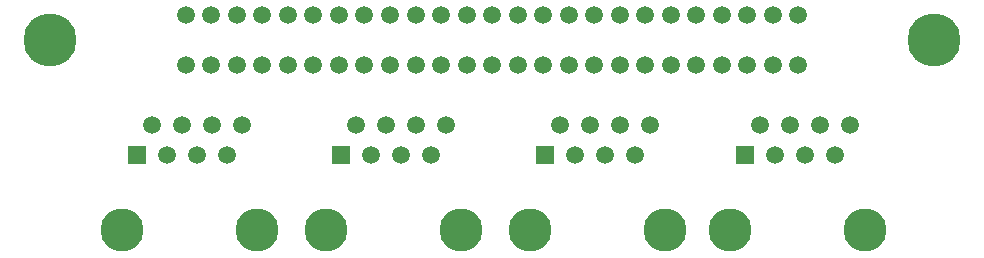
<source format=gts>
%TF.GenerationSoftware,KiCad,Pcbnew,(6.0.11)*%
%TF.CreationDate,2024-01-05T21:55:00+00:00*%
%TF.ProjectId,RJ21_RJ45_4_LINE,524a3231-5f52-44a3-9435-5f345f4c494e,rev?*%
%TF.SameCoordinates,Original*%
%TF.FileFunction,Soldermask,Top*%
%TF.FilePolarity,Negative*%
%FSLAX46Y46*%
G04 Gerber Fmt 4.6, Leading zero omitted, Abs format (unit mm)*
G04 Created by KiCad (PCBNEW (6.0.11)) date 2024-01-05 21:55:00*
%MOMM*%
%LPD*%
G01*
G04 APERTURE LIST*
%ADD10C,3.650000*%
%ADD11R,1.500000X1.500000*%
%ADD12C,1.500000*%
%ADD13C,4.500000*%
G04 APERTURE END LIST*
D10*
%TO.C,J3*%
X146160749Y-66450000D03*
X134730749Y-66450000D03*
D11*
X136000749Y-60100000D03*
D12*
X137270749Y-57560000D03*
X138540749Y-60100000D03*
X139810749Y-57560000D03*
X141080749Y-60100000D03*
X142350749Y-57560000D03*
X143620749Y-60100000D03*
X144890749Y-57560000D03*
%TD*%
D10*
%TO.C,J1*%
X168882417Y-66450000D03*
X180312417Y-66450000D03*
D11*
X170152417Y-60100000D03*
D12*
X171422417Y-57560000D03*
X172692417Y-60100000D03*
X173962417Y-57560000D03*
X175232417Y-60100000D03*
X176502417Y-57560000D03*
X177772417Y-60100000D03*
X179042417Y-57560000D03*
%TD*%
D10*
%TO.C,J2*%
X152004917Y-66450000D03*
X163434917Y-66450000D03*
D11*
X153274917Y-60100000D03*
D12*
X154544917Y-57560000D03*
X155814917Y-60100000D03*
X157084917Y-57560000D03*
X158354917Y-60100000D03*
X159624917Y-57560000D03*
X160894917Y-60100000D03*
X162164917Y-57560000D03*
%TD*%
D10*
%TO.C,J4*%
X117456583Y-66450000D03*
X128886583Y-66450000D03*
D11*
X118726583Y-60100000D03*
D12*
X119996583Y-57560000D03*
X121266583Y-60100000D03*
X122536583Y-57560000D03*
X123806583Y-60100000D03*
X125076583Y-57560000D03*
X126346583Y-60100000D03*
X127616583Y-57560000D03*
%TD*%
D13*
%TO.C,J7*%
X186189797Y-50333602D03*
X111339797Y-50333602D03*
D12*
X174684839Y-52478607D03*
X172524835Y-52478607D03*
X170364832Y-52478607D03*
X168204836Y-52478607D03*
X166044832Y-52478607D03*
X163884828Y-52478607D03*
X161724825Y-52478607D03*
X159564821Y-52478607D03*
X157404829Y-52478607D03*
X155244818Y-52478607D03*
X153084822Y-52478607D03*
X150924803Y-52478607D03*
X148764799Y-52478607D03*
X146604795Y-52478607D03*
X144444792Y-52478607D03*
X142284788Y-52478607D03*
X140124784Y-52478607D03*
X137964781Y-52478607D03*
X135804777Y-52478607D03*
X133644773Y-52478607D03*
X131484766Y-52478607D03*
X129324762Y-52478607D03*
X127164758Y-52478607D03*
X125004755Y-52478607D03*
X122844751Y-52478607D03*
X174684839Y-48188606D03*
X172524835Y-48188606D03*
X170364832Y-48188606D03*
X168204836Y-48188606D03*
X166044832Y-48188606D03*
X163884828Y-48188606D03*
X161724825Y-48188606D03*
X159564821Y-48188606D03*
X157404829Y-48188606D03*
X155244818Y-48188606D03*
X153084822Y-48188606D03*
X150924803Y-48188606D03*
X148764799Y-48188606D03*
X146604795Y-48188606D03*
X144444792Y-48188606D03*
X142284788Y-48188606D03*
X140124784Y-48188606D03*
X137964781Y-48188606D03*
X135804777Y-48188606D03*
X133644773Y-48188606D03*
X131484766Y-48188606D03*
X129324762Y-48188606D03*
X127164758Y-48188606D03*
X125004755Y-48188606D03*
X122844751Y-48188606D03*
%TD*%
M02*

</source>
